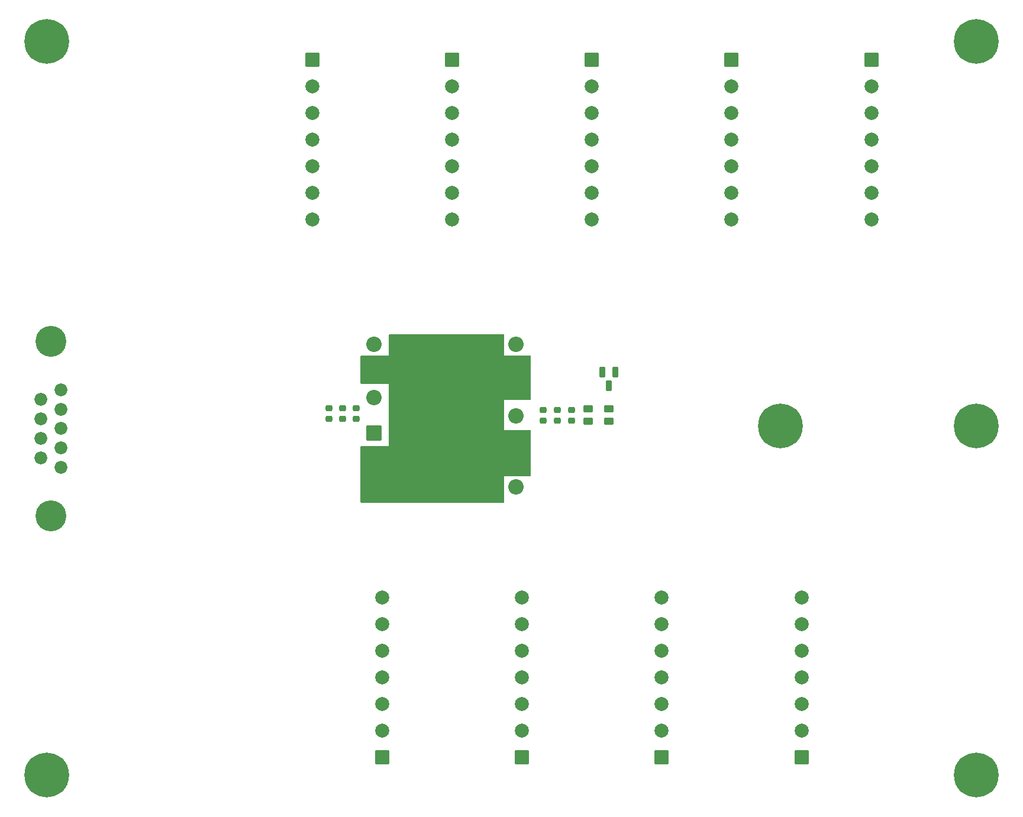
<source format=gbr>
%TF.GenerationSoftware,KiCad,Pcbnew,8.0.6*%
%TF.CreationDate,2024-12-10T16:09:11-05:00*%
%TF.ProjectId,Telem_PWR_Board,54656c65-6d5f-4505-9752-5f426f617264,rev?*%
%TF.SameCoordinates,Original*%
%TF.FileFunction,Soldermask,Bot*%
%TF.FilePolarity,Negative*%
%FSLAX46Y46*%
G04 Gerber Fmt 4.6, Leading zero omitted, Abs format (unit mm)*
G04 Created by KiCad (PCBNEW 8.0.6) date 2024-12-10 16:09:11*
%MOMM*%
%LPD*%
G01*
G04 APERTURE LIST*
G04 Aperture macros list*
%AMRoundRect*
0 Rectangle with rounded corners*
0 $1 Rounding radius*
0 $2 $3 $4 $5 $6 $7 $8 $9 X,Y pos of 4 corners*
0 Add a 4 corners polygon primitive as box body*
4,1,4,$2,$3,$4,$5,$6,$7,$8,$9,$2,$3,0*
0 Add four circle primitives for the rounded corners*
1,1,$1+$1,$2,$3*
1,1,$1+$1,$4,$5*
1,1,$1+$1,$6,$7*
1,1,$1+$1,$8,$9*
0 Add four rect primitives between the rounded corners*
20,1,$1+$1,$2,$3,$4,$5,0*
20,1,$1+$1,$4,$5,$6,$7,0*
20,1,$1+$1,$6,$7,$8,$9,0*
20,1,$1+$1,$8,$9,$2,$3,0*%
G04 Aperture macros list end*
%ADD10C,6.400000*%
%ADD11RoundRect,0.102000X0.900000X-0.900000X0.900000X0.900000X-0.900000X0.900000X-0.900000X-0.900000X0*%
%ADD12C,2.004000*%
%ADD13RoundRect,0.102000X-0.900000X0.900000X-0.900000X-0.900000X0.900000X-0.900000X0.900000X0.900000X0*%
%ADD14RoundRect,0.102000X1.000000X-1.000000X1.000000X1.000000X-1.000000X1.000000X-1.000000X-1.000000X0*%
%ADD15C,2.204000*%
%ADD16C,1.839000*%
%ADD17C,4.420000*%
%ADD18RoundRect,0.225000X0.250000X-0.225000X0.250000X0.225000X-0.250000X0.225000X-0.250000X-0.225000X0*%
%ADD19RoundRect,0.099250X-0.297750X0.632750X-0.297750X-0.632750X0.297750X-0.632750X0.297750X0.632750X0*%
%ADD20RoundRect,0.250000X0.450000X-0.262500X0.450000X0.262500X-0.450000X0.262500X-0.450000X-0.262500X0*%
G04 APERTURE END LIST*
D10*
%TO.C,H6*%
X235000000Y-140000000D03*
%TD*%
D11*
%TO.C,J7*%
X303000000Y-242400000D03*
D12*
X303000000Y-238590000D03*
X303000000Y-234780000D03*
X303000000Y-230970000D03*
X303000000Y-227160000D03*
X303000000Y-223350000D03*
X303000000Y-219540000D03*
%TD*%
D10*
%TO.C,H4*%
X340000000Y-195000000D03*
%TD*%
%TO.C,H5*%
X368000000Y-195000000D03*
%TD*%
D11*
%TO.C,J8*%
X323000000Y-242400000D03*
D12*
X323000000Y-238590000D03*
X323000000Y-234780000D03*
X323000000Y-230970000D03*
X323000000Y-227160000D03*
X323000000Y-223350000D03*
X323000000Y-219540000D03*
%TD*%
D13*
%TO.C,J2*%
X293000000Y-142600000D03*
D12*
X293000000Y-146410000D03*
X293000000Y-150220000D03*
X293000000Y-154030000D03*
X293000000Y-157840000D03*
X293000000Y-161650000D03*
X293000000Y-165460000D03*
%TD*%
D11*
%TO.C,J6*%
X283000000Y-242400000D03*
D12*
X283000000Y-238590000D03*
X283000000Y-234780000D03*
X283000000Y-230970000D03*
X283000000Y-227160000D03*
X283000000Y-223350000D03*
X283000000Y-219540000D03*
%TD*%
D10*
%TO.C,H2*%
X368000000Y-245000000D03*
%TD*%
D11*
%TO.C,J9*%
X343000000Y-242400000D03*
D12*
X343000000Y-238590000D03*
X343000000Y-234780000D03*
X343000000Y-230970000D03*
X343000000Y-227160000D03*
X343000000Y-223350000D03*
X343000000Y-219540000D03*
%TD*%
D10*
%TO.C,H1*%
X235000000Y-245000000D03*
%TD*%
D13*
%TO.C,J4*%
X333000000Y-142600000D03*
D12*
X333000000Y-146410000D03*
X333000000Y-150220000D03*
X333000000Y-154030000D03*
X333000000Y-157840000D03*
X333000000Y-161650000D03*
X333000000Y-165460000D03*
%TD*%
D13*
%TO.C,J1*%
X273000000Y-142600000D03*
D12*
X273000000Y-146410000D03*
X273000000Y-150220000D03*
X273000000Y-154030000D03*
X273000000Y-157840000D03*
X273000000Y-161650000D03*
X273000000Y-165460000D03*
%TD*%
D14*
%TO.C,U1*%
X281837721Y-196043157D03*
D15*
X281837721Y-190943157D03*
X302137721Y-203743157D03*
X302137721Y-193543157D03*
X302137721Y-183343157D03*
X281837721Y-183343157D03*
%TD*%
D13*
%TO.C,J5*%
X353000000Y-142600000D03*
D12*
X353000000Y-146410000D03*
X353000000Y-150220000D03*
X353000000Y-154030000D03*
X353000000Y-157840000D03*
X353000000Y-161650000D03*
X353000000Y-165460000D03*
%TD*%
D13*
%TO.C,J3*%
X313000000Y-142600000D03*
D12*
X313000000Y-146410000D03*
X313000000Y-150220000D03*
X313000000Y-154030000D03*
X313000000Y-157840000D03*
X313000000Y-161650000D03*
X313000000Y-165460000D03*
%TD*%
D16*
%TO.C,P1*%
X237010000Y-200940000D03*
X237010000Y-198170000D03*
X237010000Y-195400000D03*
X237010000Y-192630000D03*
X237010000Y-189860000D03*
X234170000Y-199555000D03*
X234170000Y-196785000D03*
X234170000Y-194015000D03*
X234170000Y-191245000D03*
D17*
X235590000Y-182900000D03*
X235590000Y-207900000D03*
%TD*%
D10*
%TO.C,H3*%
X368000000Y-140000000D03*
%TD*%
D18*
%TO.C,C4*%
X277370221Y-194018157D03*
X277370221Y-192468157D03*
%TD*%
%TO.C,C3*%
X275430221Y-194008157D03*
X275430221Y-192458157D03*
%TD*%
D19*
%TO.C,D1*%
X314490000Y-187322500D03*
X316390000Y-187322500D03*
X315440000Y-189282500D03*
%TD*%
D18*
%TO.C,C9*%
X310100221Y-194268157D03*
X310100221Y-192718157D03*
%TD*%
D20*
%TO.C,R5*%
X315400000Y-194365000D03*
X315400000Y-192540000D03*
%TD*%
D18*
%TO.C,C6*%
X306060221Y-194298157D03*
X306060221Y-192748157D03*
%TD*%
%TO.C,C5*%
X279300221Y-194018157D03*
X279300221Y-192468157D03*
%TD*%
D20*
%TO.C,R1*%
X312490221Y-194385657D03*
X312490221Y-192560657D03*
%TD*%
D18*
%TO.C,C8*%
X308030221Y-194268157D03*
X308030221Y-192718157D03*
%TD*%
G36*
X300425039Y-181883685D02*
G01*
X300470794Y-181936489D01*
X300482000Y-181988000D01*
X300482000Y-184912000D01*
X304168000Y-184912000D01*
X304235039Y-184931685D01*
X304280794Y-184984489D01*
X304292000Y-185036000D01*
X304292000Y-191138000D01*
X304272315Y-191205039D01*
X304219511Y-191250794D01*
X304168000Y-191262000D01*
X300482000Y-191262000D01*
X300482000Y-195580000D01*
X304168000Y-195580000D01*
X304235039Y-195599685D01*
X304280794Y-195652489D01*
X304292000Y-195704000D01*
X304292000Y-202060000D01*
X304272315Y-202127039D01*
X304219511Y-202172794D01*
X304168000Y-202184000D01*
X300482000Y-202184000D01*
X300482000Y-205870000D01*
X300462315Y-205937039D01*
X300409511Y-205982794D01*
X300358000Y-205994000D01*
X280032000Y-205994000D01*
X279964961Y-205974315D01*
X279919206Y-205921511D01*
X279908000Y-205870000D01*
X279908000Y-197990000D01*
X279927685Y-197922961D01*
X279980489Y-197877206D01*
X280032000Y-197866000D01*
X283972000Y-197866000D01*
X283972000Y-188976000D01*
X280032000Y-188976000D01*
X279964961Y-188956315D01*
X279919206Y-188903511D01*
X279908000Y-188852000D01*
X279908000Y-185036000D01*
X279927685Y-184968961D01*
X279980489Y-184923206D01*
X280032000Y-184912000D01*
X283972000Y-184912000D01*
X283972000Y-181988000D01*
X283991685Y-181920961D01*
X284044489Y-181875206D01*
X284096000Y-181864000D01*
X300358000Y-181864000D01*
X300425039Y-181883685D01*
G37*
M02*

</source>
